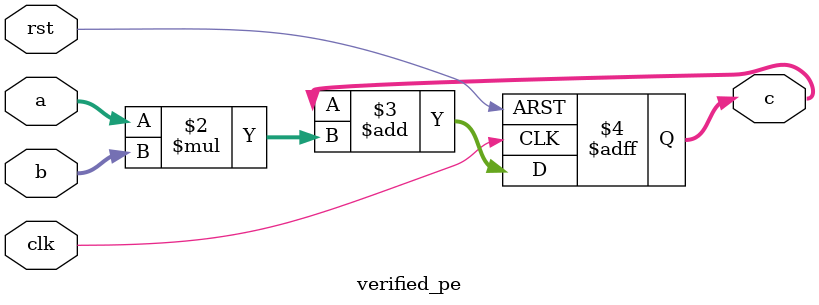
<source format=v>
module verified_pe(
    input clk,
    input rst,
    input [31:0] a,
    input [31:0] b,

    output [31:0] c
);

reg [31:0] c;

always@(posedge clk or posedge rst)
begin

  if(rst)
  begin
    c<=0;
  end

  else
  begin
    c<=c+a*b;
  end

end

endmodule
</source>
